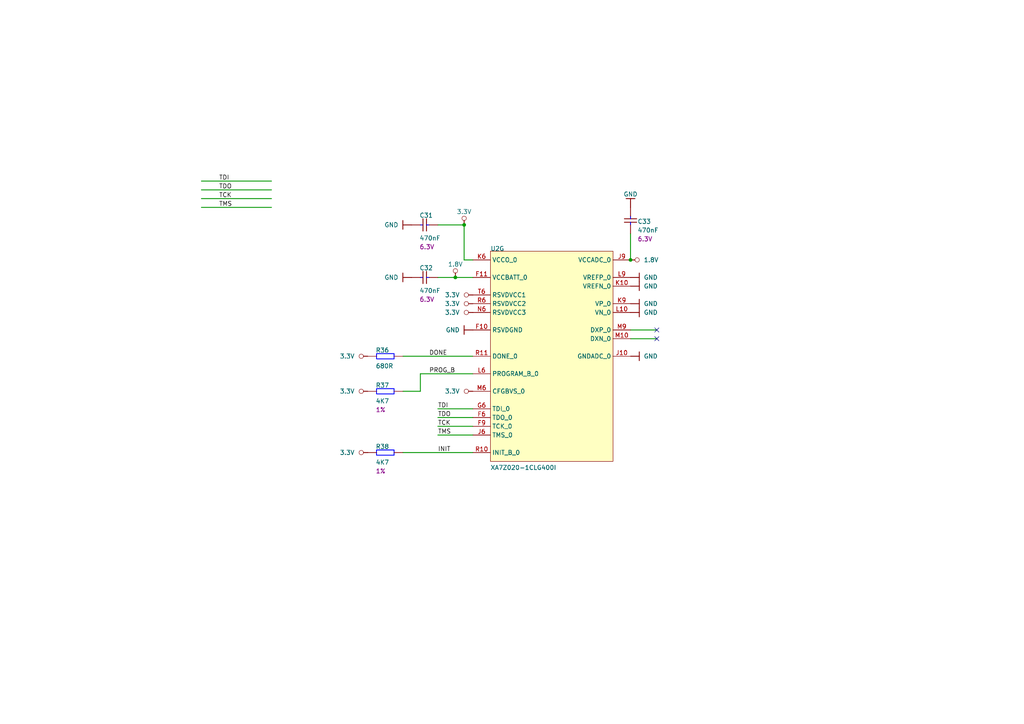
<source format=kicad_sch>
(kicad_sch (version 20230121) (generator eeschema)
  (paper "A4")
  (title_block (title "ZoM Mod A - FPGA MIsc") (date "12/16/2014") (rev "01"))
  (lib_symbols
    (symbol "TE0719-altium-import:1.8V" (power)
      (property "Reference" "#PWR" (at 0 0 0))
      (property "Value" "1.8V" (at 0 3.81 0))
      (symbol "1.8V_0_0"
        (circle (center 0 -1.905) (radius 0.635) (stroke (width 0.127)))
        (polyline (pts (xy 0 0) (xy 0 -1.27)) (stroke (width 0.254)))
        (pin power_in line (at 0 0 0) (length 0) hide (name "1.8V") (number ""))
      )
    )
    (symbol "TE0719-altium-import:3.3V" (power)
      (property "Reference" "#PWR" (at 0 0 0))
      (property "Value" "3.3V" (at 0 3.81 0))
      (symbol "3.3V_0_0"
        (circle (center 0 -1.905) (radius 0.635) (stroke (width 0.127)))
        (polyline (pts (xy 0 0) (xy 0 -1.27)) (stroke (width 0.254)))
        (pin power_in line (at 0 0 0) (length 0) hide (name "3.3V") (number ""))
      )
    )
    (symbol "TE0719-altium-import:FPGA-Misc_0_CAP-NP"
      (symbol "FPGA-Misc_0_CAP-NP_1_0"
        (polyline (pts (xy -1.778 -4.318) (xy 1.778 -4.318)) (stroke (width 0.254)))
        (polyline (pts (xy -1.778 -3.302) (xy 1.778 -3.302)) (stroke (width 0.254)))
        (polyline (pts (xy 0 -5.08) (xy 0 -4.318)) (stroke (width 0.254) (color 0 0 255 1)))
        (polyline (pts (xy 0 -2.54) (xy 0 -3.302)) (stroke (width 0.254) (color 0 0 255 1)))
        (pin passive line (at 0 0 270) (length 2.54) (name "1") (number "1"))
        (pin passive line (at 0 -7.62 90) (length 2.54) (name "2") (number "2"))
      )
    )
    (symbol "TE0719-altium-import:FPGA-Misc_0_XC7Z020-2CLG400C"
      (symbol "FPGA-Misc_0_XC7Z020-2CLG400C_1_0"
        (rectangle (start 30.48 0) (end 0 -81.28) (fill (type background)))
        (text "BANK13" (at 20.32 -2.54 0) (effects (font (size 1.27 1.27)) (justify right bottom)))
        (pin bidirectional line (at -5.08 -60.96 0) (length 5.08) (name "IO_L19P_T3_13") (number "T5"))
        (pin power_in line (at -5.08 -5.08 0) (length 5.08) (name "VCCO_13") (number "T8"))
        (pin bidirectional line (at -5.08 -25.4 0) (length 5.08) (name "IO_L12P_T1_MRCC_13") (number "T9"))
        (pin bidirectional line (at -5.08 -27.94 0) (length 5.08) (name "IO_L12N_T1_MRCC_13") (number "U10"))
        (pin power_in line (at -5.08 -7.62 0) (length 5.08) (name "VCCO_13") (number "U11"))
        (pin bidirectional line (at -5.08 -63.5 0) (length 5.08) (name "IO_L19N_T3_VREF_13") (number "U5"))
        (pin bidirectional line (at -5.08 -20.32 0) (length 5.08) (name "IO_L11P_T1_SRCC_13") (number "U7"))
        (pin bidirectional line (at -5.08 -53.34 0) (length 5.08) (name "IO_L17N_T2_13") (number "U8"))
        (pin bidirectional line (at -5.08 -50.8 0) (length 5.08) (name "IO_L17P_T2_13") (number "U9"))
        (pin bidirectional line (at -5.08 -73.66 0) (length 5.08) (name "IO_L21N_T3_DQS_13") (number "V10"))
        (pin bidirectional line (at -5.08 -71.12 0) (length 5.08) (name "IO_L21P_T3_DQS_13") (number "V11"))
        (pin bidirectional line (at -5.08 -17.78 0) (length 5.08) (name "IO_L6N_T0_VREF_13") (number "V5"))
        (pin bidirectional line (at -5.08 -76.2 0) (length 5.08) (name "IO_L22P_T3_13") (number "V6"))
        (pin bidirectional line (at -5.08 -22.86 0) (length 5.08) (name "IO_L11N_T1_SRCC_13") (number "V7"))
        (pin bidirectional line (at -5.08 -40.64 0) (length 5.08) (name "IO_L15P_T2_DQS_13") (number "V8"))
        (pin bidirectional line (at -5.08 -45.72 0) (length 5.08) (name "IO_L16P_T2_13") (number "W10"))
        (pin bidirectional line (at -5.08 -55.88 0) (length 5.08) (name "IO_L18P_T2_13") (number "W11"))
        (pin bidirectional line (at -5.08 -78.74 0) (length 5.08) (name "IO_L22N_T3_13") (number "W6"))
        (pin power_in line (at -5.08 -10.16 0) (length 5.08) (name "VCCO_13") (number "W7"))
        (pin bidirectional line (at -5.08 -43.18 0) (length 5.08) (name "IO_L15N_T2_DQS_13") (number "W8"))
        (pin bidirectional line (at -5.08 -48.26 0) (length 5.08) (name "IO_L16N_T2_13") (number "W9"))
        (pin power_in line (at -5.08 -12.7 0) (length 5.08) (name "VCCO_13") (number "Y10"))
        (pin bidirectional line (at -5.08 -58.42 0) (length 5.08) (name "IO_L18N_T2_13") (number "Y11"))
        (pin bidirectional line (at -5.08 -66.04 0) (length 5.08) (name "IO_L20P_T3_13") (number "Y12"))
        (pin bidirectional line (at -5.08 -68.58 0) (length 5.08) (name "IO_L20N_T3_13") (number "Y13"))
        (pin bidirectional line (at -5.08 -33.02 0) (length 5.08) (name "IO_L13N_T2_MRCC_13") (number "Y6"))
        (pin bidirectional line (at -5.08 -30.48 0) (length 5.08) (name "IO_L13P_T2_MRCC_13") (number "Y7"))
        (pin bidirectional line (at -5.08 -38.1 0) (length 5.08) (name "IO_L14N_T2_SRCC_13") (number "Y8"))
        (pin bidirectional line (at -5.08 -35.56 0) (length 5.08) (name "IO_L14P_T2_SRCC_13") (number "Y9"))
      )
      (symbol "FPGA-Misc_0_XC7Z020-2CLG400C_2_0"
        (rectangle (start 58.42 0) (end 0 -81.28) (fill (type background)))
        (text "BANK34" (at 33.02 -2.54 0) (effects (font (size 1.27 1.27)) (justify right bottom)))
        (pin bidirectional line (at 63.5 -71.12 180) (length 5.08) (name "IO_L23P_T3_34") (number "N17"))
        (pin bidirectional line (at 63.5 -20.32 180) (length 5.08) (name "IO_L13P_T2_MRCC_34") (number "N18"))
        (pin power_in line (at -5.08 -5.08 0) (length 5.08) (name "VCCO_34") (number "N19"))
        (pin bidirectional line (at 63.5 -25.4 180) (length 5.08) (name "IO_L14P_T2_SRCC_34") (number "N20"))
        (pin bidirectional line (at -5.08 -60.96 0) (length 5.08) (name "IO_L6P_T0_34") (number "P14"))
        (pin bidirectional line (at 63.5 -76.2 180) (length 5.08) (name "IO_L24P_T3_34") (number "P15"))
        (pin bidirectional line (at 63.5 -78.74 180) (length 5.08) (name "IO_L24N_T3_34") (number "P16"))
        (pin bidirectional line (at 63.5 -73.66 180) (length 5.08) (name "IO_L23N_T3_34") (number "P18"))
        (pin bidirectional line (at 63.5 -22.86 180) (length 5.08) (name "IO_L13N_T2_MRCC_34") (number "P19"))
        (pin bidirectional line (at 63.5 -27.94 180) (length 5.08) (name "IO_L14N_T2_SRCC_34") (number "P20"))
        (pin bidirectional line (at -5.08 -63.5 0) (length 5.08) (name "IO_L6N_T0_VREF_34") (number "R14"))
        (pin power_in line (at -5.08 -7.62 0) (length 5.08) (name "VCCO_34") (number "R15"))
        (pin bidirectional line (at 63.5 -50.8 180) (length 5.08) (name "IO_L19P_T3_34") (number "R16"))
        (pin bidirectional line (at 63.5 -53.34 180) (length 5.08) (name "IO_L19N_T3_VREF_34") (number "R17"))
        (pin bidirectional line (at 63.5 -58.42 180) (length 5.08) (name "IO_L20N_T3_34") (number "R18"))
        (pin bidirectional line (at -5.08 -25.4 0) (length 5.08) (name "IO_0_34") (number "R19"))
        (pin bidirectional line (at -5.08 -38.1 0) (length 5.08) (name "IO_L1N_T0_34") (number "T10"))
        (pin bidirectional line (at -5.08 -35.56 0) (length 5.08) (name "IO_L1P_T0_34") (number "T11"))
        (pin bidirectional line (at -5.08 -40.64 0) (length 5.08) (name "IO_L2P_T0_34") (number "T12"))
        (pin bidirectional line (at -5.08 -55.88 0) (length 5.08) (name "IO_L5P_T0_34") (number "T14"))
        (pin bidirectional line (at -5.08 -58.42 0) (length 5.08) (name "IO_L5N_T0_34") (number "T15"))
        (pin bidirectional line (at -5.08 -76.2 0) (length 5.08) (name "IO_L9P_T1_DQS_34") (number "T16"))
        (pin bidirectional line (at 63.5 -55.88 180) (length 5.08) (name "IO_L20P_T3_34") (number "T17"))
        (pin power_in line (at -5.08 -10.16 0) (length 5.08) (name "VCCO_34") (number "T18"))
        (pin bidirectional line (at -5.08 -30.48 0) (length 5.08) (name "IO_25_34") (number "T19"))
        (pin bidirectional line (at 63.5 -30.48 180) (length 5.08) (name "IO_L15P_T2_DQS_34") (number "T20"))
        (pin bidirectional line (at -5.08 -43.18 0) (length 5.08) (name "IO_L2N_T0_34") (number "U12"))
        (pin bidirectional line (at -5.08 -45.72 0) (length 5.08) (name "IO_L3P_T0_DQS_PUDC_B_34") (number "U13"))
        (pin bidirectional line (at 63.5 -10.16 180) (length 5.08) (name "IO_L11P_T1_SRCC_34") (number "U14"))
        (pin bidirectional line (at 63.5 -12.7 180) (length 5.08) (name "IO_L11N_T1_SRCC_34") (number "U15"))
        (pin bidirectional line (at -5.08 -78.74 0) (length 5.08) (name "IO_L9N_T1_DQS_34") (number "U17"))
        (pin bidirectional line (at 63.5 -15.24 180) (length 5.08) (name "IO_L12P_T1_MRCC_34") (number "U18"))
        (pin bidirectional line (at 63.5 -17.78 180) (length 5.08) (name "IO_L12N_T1_MRCC_34") (number "U19"))
        (pin bidirectional line (at 63.5 -33.02 180) (length 5.08) (name "IO_L15N_T2_DQS_34") (number "U20"))
        (pin bidirectional line (at -5.08 -50.8 0) (length 5.08) (name "IO_L4P_T0_34") (number "V12"))
        (pin bidirectional line (at -5.08 -48.26 0) (length 5.08) (name "IO_L3N_T0_DQS_34") (number "V13"))
        (pin power_in line (at -5.08 -12.7 0) (length 5.08) (name "VCCO_34") (number "V14"))
        (pin bidirectional line (at 63.5 -5.08 180) (length 5.08) (name "IO_L10P_T1_34") (number "V15"))
        (pin bidirectional line (at 63.5 -45.72 180) (length 5.08) (name "IO_L18P_T2_34") (number "V16"))
        (pin bidirectional line (at 63.5 -60.96 180) (length 5.08) (name "IO_L21P_T3_DQS_34") (number "V17"))
        (pin bidirectional line (at 63.5 -63.5 180) (length 5.08) (name "IO_L21N_T3_DQS_34") (number "V18"))
        (pin bidirectional line (at 63.5 -35.56 180) (length 5.08) (name "IO_L16P_T2_34") (number "V20"))
        (pin bidirectional line (at -5.08 -53.34 0) (length 5.08) (name "IO_L4N_T0_34") (number "W13"))
        (pin bidirectional line (at -5.08 -71.12 0) (length 5.08) (name "IO_L8P_T1_34") (number "W14"))
        (pin bidirectional line (at 63.5 -7.62 180) (length 5.08) (name "IO_L10N_T1_34") (number "W15"))
        (pin bidirectional line (at 63.5 -48.26 180) (length 5.08) (name "IO_L18N_T2_34") (number "W16"))
        (pin power_in line (at -5.08 -15.24 0) (length 5.08) (name "VCCO_34") (number "W17"))
        (pin bidirectional line (at 63.5 -66.04 180) (length 5.08) (name "IO_L22P_T3_34") (number "W18"))
        (pin bidirectional line (at 63.5 -68.58 180) (length 5.08) (name "IO_L22N_T3_34") (number "W19"))
        (pin bidirectional line (at 63.5 -38.1 180) (length 5.08) (name "IO_L16N_T2_34") (number "W20"))
        (pin bidirectional line (at -5.08 -73.66 0) (length 5.08) (name "IO_L8N_T1_34") (number "Y14"))
        (pin bidirectional line (at -5.08 -66.04 0) (length 5.08) (name "IO_L7P_T1_34") (number "Y16"))
        (pin bidirectional line (at -5.08 -68.58 0) (length 5.08) (name "IO_L7N_T1_34") (number "Y17"))
        (pin bidirectional line (at 63.5 -40.64 180) (length 5.08) (name "IO_L17P_T2_34") (number "Y18"))
        (pin bidirectional line (at 63.5 -43.18 180) (length 5.08) (name "IO_L17N_T2_34") (number "Y19"))
        (pin power_in line (at -5.08 -17.78 0) (length 5.08) (name "VCCO_34") (number "Y20"))
      )
      (symbol "FPGA-Misc_0_XC7Z020-2CLG400C_3_0"
        (rectangle (start 58.42 0) (end 0 -81.28) (fill (type background)))
        (text "BANK35" (at 33.02 -2.54 0) (effects (font (size 1.27 1.27)) (justify right bottom)))
        (pin bidirectional line (at -5.08 -43.18 0) (length 5.08) (name "IO_L2N_T0_AD8N_35") (number "A20"))
        (pin bidirectional line (at -5.08 -40.64 0) (length 5.08) (name "IO_L2P_T0_AD8P_35") (number "B19"))
        (pin bidirectional line (at -5.08 -38.1 0) (length 5.08) (name "IO_L1N_T0_AD0N_35") (number "B20"))
        (pin power_in line (at -5.08 -5.08 0) (length 5.08) (name "VCCO_35") (number "C19"))
        (pin bidirectional line (at -5.08 -35.56 0) (length 5.08) (name "IO_L1P_T0_AD0P_35") (number "C20"))
        (pin bidirectional line (at -5.08 -48.26 0) (length 5.08) (name "IO_L3N_T0_DQS_AD1N_35") (number "D18"))
        (pin bidirectional line (at -5.08 -50.8 0) (length 5.08) (name "IO_L4P_T0_35") (number "D19"))
        (pin bidirectional line (at -5.08 -53.34 0) (length 5.08) (name "IO_L4N_T0_35") (number "D20"))
        (pin bidirectional line (at -5.08 -45.72 0) (length 5.08) (name "IO_L3P_T0_DQS_AD1P_35") (number "E17"))
        (pin bidirectional line (at -5.08 -55.88 0) (length 5.08) (name "IO_L5P_T0_AD9P_35") (number "E18"))
        (pin bidirectional line (at -5.08 -58.42 0) (length 5.08) (name "IO_L5N_T0_AD9N_35") (number "E19"))
        (pin bidirectional line (at -5.08 -60.96 0) (length 5.08) (name "IO_L6P_T0_35") (number "F16"))
        (pin bidirectional line (at -5.08 -63.5 0) (length 5.08) (name "IO_L6N_T0_VREF_35") (number "F17"))
        (pin power_in line (at -5.08 -7.62 0) (length 5.08) (name "VCCO_35") (number "F18"))
        (pin bidirectional line (at 63.5 -30.48 180) (length 5.08) (name "IO_L15P_T2_DQS_AD12P_35") (number "F19"))
        (pin bidirectional line (at 63.5 -33.02 180) (length 5.08) (name "IO_L15N_T2_DQS_AD12N_35") (number "F20"))
        (pin bidirectional line (at -5.08 -25.4 0) (length 5.08) (name "IO_0_35") (number "G14"))
        (pin bidirectional line (at 63.5 -53.34 180) (length 5.08) (name "IO_L19N_T3_VREF_35") (number "G15"))
        (pin bidirectional line (at 63.5 -35.56 180) (length 5.08) (name "IO_L16P_T2_35") (number "G17"))
        (pin bidirectional line (at 63.5 -38.1 180) (length 5.08) (name "IO_L16N_T2_35") (number "G18"))
        (pin bidirectional line (at 63.5 -45.72 180) (length 5.08) (name "IO_L18P_T2_AD13P_35") (number "G19"))
        (pin bidirectional line (at 63.5 -48.26 180) (length 5.08) (name "IO_L18N_T2_AD13N_35") (number "G20"))
        (pin power_in line (at -5.08 -10.16 0) (length 5.08) (name "VCCO_35") (number "H14"))
        (pin bidirectional line (at 63.5 -50.8 180) (length 5.08) (name "IO_L19P_T3_35") (number "H15"))
        (pin bidirectional line (at 63.5 -20.32 180) (length 5.08) (name "IO_L13P_T2_MRCC_35") (number "H16"))
        (pin bidirectional line (at 63.5 -22.86 180) (length 5.08) (name "IO_L13N_T2_MRCC_35") (number "H17"))
        (pin bidirectional line (at 63.5 -27.94 180) (length 5.08) (name "IO_L14N_T2_AD4N_SRCC_35") (number "H18"))
        (pin bidirectional line (at 63.5 -43.18 180) (length 5.08) (name "IO_L17N_T2_AD5N_35") (number "H20"))
        (pin bidirectional line (at 63.5 -58.42 180) (length 5.08) (name "IO_L20N_T3_AD6N_35") (number "J14"))
        (pin bidirectional line (at -5.08 -30.48 0) (length 5.08) (name "IO_25_35") (number "J15"))
        (pin bidirectional line (at 63.5 -78.74 180) (length 5.08) (name "IO_L24N_T3_AD15N_35") (number "J16"))
        (pin power_in line (at -5.08 -12.7 0) (length 5.08) (name "VCCO_35") (number "J17"))
        (pin bidirectional line (at 63.5 -25.4 180) (length 5.08) (name "IO_L14P_T2_AD4P_SRCC_35") (number "J18"))
        (pin bidirectional line (at 63.5 -7.62 180) (length 5.08) (name "IO_L10N_T1_AD11N_35") (number "J19"))
        (pin bidirectional line (at 63.5 -40.64 180) (length 5.08) (name "IO_L17P_T2_AD5P_35") (number "J20"))
        (pin bidirectional line (at 63.5 -55.88 180) (length 5.08) (name "IO_L20P_T3_AD6P_35") (number "K14"))
        (pin bidirectional line (at 63.5 -76.2 180) (length 5.08) (name "IO_L24P_T3_AD15P_35") (number "K16"))
        (pin bidirectional line (at 63.5 -15.24 180) (length 5.08) (name "IO_L12P_T1_MRCC_35") (number "K17"))
        (pin bidirectional line (at 63.5 -17.78 180) (length 5.08) (name "IO_L12N_T1_MRCC_35") (number "K18"))
        (pin bidirectional line (at 63.5 -5.08 180) (length 5.08) (name "IO_L10P_T1_AD11P_35") (number "K19"))
        (pin power_in line (at -5.08 -15.24 0) (length 5.08) (name "VCCO_35") (number "K20"))
        (pin bidirectional line (at 63.5 -66.04 180) (length 5.08) (name "IO_L22P_T3_AD7P_35") (number "L14"))
        (pin bidirectional line (at 63.5 -68.58 180) (length 5.08) (name "IO_L22N_T3_AD7N_35") (number "L15"))
        (pin bidirectional line (at 63.5 -10.16 180) (length 5.08) (name "IO_L11P_T1_SRCC_35") (number "L16"))
        (pin bidirectional line (at 63.5 -12.7 180) (length 5.08) (name "IO_L11N_T1_SRCC_35") (number "L17"))
        (pin bidirectional line (at -5.08 -76.2 0) (length 5.08) (name "IO_L9P_T1_DQS_AD3P_35") (number "L19"))
        (pin bidirectional line (at -5.08 -78.74 0) (length 5.08) (name "IO_L9N_T1_DQS_AD3N_35") (number "L20"))
        (pin bidirectional line (at 63.5 -71.12 180) (length 5.08) (name "IO_L23P_T3_35") (number "M14"))
        (pin bidirectional line (at 63.5 -73.66 180) (length 5.08) (name "IO_L23N_T3_35") (number "M15"))
        (pin power_in line (at -5.08 -17.78 0) (length 5.08) (name "VCCO_35") (number "M16"))
        (pin bidirectional line (at -5.08 -71.12 0) (length 5.08) (name "IO_L8P_T1_AD10P_35") (number "M17"))
        (pin bidirectional line (at -5.08 -73.66 0) (length 5.08) (name "IO_L8N_T1_AD10N_35") (number "M18"))
        (pin bidirectional line (at -5.08 -66.04 0) (length 5.08) (name "IO_L7P_T1_AD2P_35") (number "M19"))
        (pin bidirectional line (at -5.08 -68.58 0) (length 5.08) (name "IO_L7N_T1_AD2N_35") (number "M20"))
        (pin bidirectional line (at 63.5 -60.96 180) (length 5.08) (name "IO_L21P_T3_DQS_AD14P_35") (number "N15"))
        (pin bidirectional line (at 63.5 -63.5 180) (length 5.08) (name "IO_L21N_T3_DQS_AD14N_35") (number "N16"))
      )
      (symbol "FPGA-Misc_0_XC7Z020-2CLG400C_4_0"
        (rectangle (start 45.72 0) (end 0 -35.56) (fill (type background)))
        (text "BANK500" (at 27.94 -2.54 0) (effects (font (size 1.27 1.27)) (justify right bottom)))
        (pin bidirectional line (at 50.8 -10.16 180) (length 5.08) (name "PS_MIO6_500") (number "A5"))
        (pin bidirectional line (at 50.8 -7.62 180) (length 5.08) (name "PS_MIO5_500") (number "A6"))
        (pin bidirectional line (at -5.08 -27.94 0) (length 5.08) (name "PS_MIO1_500") (number "A7"))
        (pin bidirectional line (at 50.8 -17.78 180) (length 5.08) (name "PS_MIO9_500") (number "B5"))
        (pin power_in line (at -5.08 -5.08 0) (length 5.08) (name "VCCO_MIO0_500") (number "B6"))
        (pin bidirectional line (at 50.8 -5.08 180) (length 5.08) (name "PS_MIO4_500") (number "B7"))
        (pin bidirectional line (at -5.08 -30.48 0) (length 5.08) (name "PS_MIO2_500") (number "B8"))
        (pin bidirectional line (at 50.8 -30.48 180) (length 5.08) (name "PS_MIO14_500") (number "C5"))
        (pin bidirectional line (at 50.8 -22.86 180) (length 5.08) (name "PS_MIO11_500") (number "C6"))
        (pin input line (at -5.08 -17.78 0) (length 5.08) (name "PS_POR_B_500") (number "C7"))
        (pin bidirectional line (at 50.8 -33.02 180) (length 5.08) (name "PS_MIO15_500") (number "C8"))
        (pin bidirectional line (at 50.8 -15.24 180) (length 5.08) (name "PS_MIO8_500") (number "D5"))
        (pin bidirectional line (at -5.08 -33.02 0) (length 5.08) (name "PS_MIO3_500") (number "D6"))
        (pin power_in line (at -5.08 -7.62 0) (length 5.08) (name "VCCO_MIO0_500") (number "D7"))
        (pin bidirectional line (at 50.8 -12.7 180) (length 5.08) (name "PS_MIO7_500") (number "D8"))
        (pin bidirectional line (at 50.8 -25.4 180) (length 5.08) (name "PS_MIO12_500") (number "D9"))
        (pin bidirectional line (at -5.08 -25.4 0) (length 5.08) (name "PS_MIO0_500") (number "E6"))
        (pin input line (at -5.08 -12.7 0) (length 5.08) (name "PS_CLK_500") (number "E7"))
        (pin bidirectional line (at 50.8 -27.94 180) (length 5.08) (name "PS_MIO13_500") (number "E8"))
        (pin bidirectional line (at 50.8 -20.32 180) (length 5.08) (name "PS_MIO10_500") (number "E9"))
      )
      (symbol "FPGA-Misc_0_XC7Z020-2CLG400C_5_0"
        (rectangle (start 50.8 0) (end 0 -66.04) (fill (type background)))
        (text "BANK501" (at 30.48 -2.54 0) (effects (font (size 1.27 1.27)) (justify right bottom)))
        (pin bidirectional line (at 55.88 -22.86 180) (length 5.08) (name "PS_MIO37_501") (number "A10"))
        (pin bidirectional line (at 55.88 -20.32 180) (length 5.08) (name "PS_MIO36_501") (number "A11"))
        (pin bidirectional line (at 55.88 -15.24 180) (length 5.08) (name "PS_MIO34_501") (number "A12"))
        (pin power_in line (at -5.08 -5.08 0) (length 5.08) (name "VCCO_MIO1_501") (number "A13"))
        (pin bidirectional line (at 55.88 -10.16 180) (length 5.08) (name "PS_MIO32_501") (number "A14"))
        (pin bidirectional line (at -5.08 -55.88 0) (length 5.08) (name "PS_MIO26_501") (number "A15"))
        (pin bidirectional line (at -5.08 -50.8 0) (length 5.08) (name "PS_MIO24_501") (number "A16"))
        (pin bidirectional line (at -5.08 -40.64 0) (length 5.08) (name "PS_MIO20_501") (number "A17"))
        (pin bidirectional line (at -5.08 -30.48 0) (length 5.08) (name "PS_MIO16_501") (number "A19"))
        (pin bidirectional line (at 55.88 -38.1 180) (length 5.08) (name "PS_MIO43_501") (number "A9"))
        (pin passive line (at -5.08 -22.86 0) (length 5.08) (name "PS_SRST_B_501") (number "B10"))
        (pin bidirectional line (at 55.88 -50.8 180) (length 5.08) (name "PS_MIO48_501") (number "B12"))
        (pin bidirectional line (at 55.88 -55.88 180) (length 5.08) (name "PS_MIO50_501") (number "B13"))
        (pin bidirectional line (at 55.88 -48.26 180) (length 5.08) (name "PS_MIO47_501") (number "B14"))
        (pin bidirectional line (at 55.88 -43.18 180) (length 5.08) (name "PS_MIO45_501") (number "B15"))
        (pin power_in line (at -5.08 -7.62 0) (length 5.08) (name "VCCO_MIO1_501") (number "B16"))
        (pin bidirectional line (at -5.08 -45.72 0) (length 5.08) (name "PS_MIO22_501") (number "B17"))
        (pin bidirectional line (at -5.08 -35.56 0) (length 5.08) (name "PS_MIO18_501") (number "B18"))
        (pin bidirectional line (at 55.88 -58.42 180) (length 5.08) (name "PS_MIO51_501") (number "B9"))
        (pin bidirectional line (at 55.88 -60.96 180) (length 5.08) (name "PS_MIO52_501") (number "C10"))
        (pin bidirectional line (at 55.88 -63.5 180) (length 5.08) (name "PS_MIO53_501") (number "C11"))
        (pin bidirectional line (at 55.88 -53.34 180) (length 5.08) (name "PS_MIO49_501") (number "C12"))
        (pin bidirectional line (at -5.08 -63.5 0) (length 5.08) (name "PS_MIO29_501") (number "C13"))
        (pin bidirectional line (at 55.88 -5.08 180) (length 5.08) (name "PS_MIO30_501") (number "C15"))
        (pin bidirectional line (at -5.08 -60.96 0) (length 5.08) (name "PS_MIO28_501") (number "C16"))
        (pin bidirectional line (at 55.88 -33.02 180) (length 5.08) (name "PS_MIO41_501") (number "C17"))
        (pin bidirectional line (at 55.88 -27.94 180) (length 5.08) (name "PS_MIO39_501") (number "C18"))
        (pin bidirectional line (at -5.08 -38.1 0) (length 5.08) (name "PS_MIO19_501") (number "D10"))
        (pin bidirectional line (at -5.08 -48.26 0) (length 5.08) (name "PS_MIO23_501") (number "D11"))
        (pin power_in line (at -5.08 -10.16 0) (length 5.08) (name "VCCO_MIO1_501") (number "D12"))
        (pin bidirectional line (at -5.08 -58.42 0) (length 5.08) (name "PS_MIO27_501") (number "D13"))
        (pin bidirectional line (at 55.88 -30.48 180) (length 5.08) (name "PS_MIO40_501") (number "D14"))
        (pin bidirectional line (at 55.88 -12.7 180) (length 5.08) (name "PS_MIO33_501") (number "D15"))
        (pin bidirectional line (at 55.88 -45.72 180) (length 5.08) (name "PS_MIO46_501") (number "D16"))
        (pin bidirectional line (at -5.08 -17.78 0) (length 5.08) (name "PS_MIO_VREF_501") (number "E11"))
        (pin bidirectional line (at 55.88 -35.56 180) (length 5.08) (name "PS_MIO42_501") (number "E12"))
        (pin bidirectional line (at 55.88 -25.4 180) (length 5.08) (name "PS_MIO38_501") (number "E13"))
        (pin bidirectional line (at -5.08 -33.02 0) (length 5.08) (name "PS_MIO17_501") (number "E14"))
        (pin power_in line (at -5.08 -12.7 0) (length 5.08) (name "VCCO_MIO1_501") (number "E15"))
        (pin bidirectional line (at 55.88 -7.62 180) (length 5.08) (name "PS_MIO31_501") (number "E16"))
        (pin bidirectional line (at 55.88 -17.78 180) (length 5.08) (name "PS_MIO35_501") (number "F12"))
        (pin bidirectional line (at 55.88 -40.64 180) (length 5.08) (name "PS_MIO44_501") (number "F13"))
        (pin bidirectional line (at -5.08 -43.18 0) (length 5.08) (name "PS_MIO21_501") (number "F14"))
        (pin bidirectional line (at -5.08 -53.34 0) (length 5.08) (name "PS_MIO25_501") (number "F15"))
      )
      (symbol "FPGA-Misc_0_XC7Z020-2CLG400C_6_0"
        (rectangle (start 50.8 0) (end 0 -149.86) (fill (type background)))
        (text "BANK502" (at 33.02 -2.54 0) (effects (font (size 1.27 1.27)) (justify right bottom)))
        (pin output line (at 55.88 -55.88 180) (length 5.08) (name "PS_DDR_DM0_502") (number "A1"))
        (pin bidirectional line (at -5.08 -43.18 0) (length 5.08) (name "PS_DDR_DQ2_502") (number "A2"))
        (pin power_in line (at -5.08 -2.54 0) (length 5.08) (name "VCCO_DDR_502") (number "A3"))
        (pin bidirectional line (at -5.08 -45.72 0) (length 5.08) (name "PS_DDR_DQ3_502") (number "A4"))
        (pin bidirectional line (at -5.08 -124.46 0) (length 5.08) (name "PS_DDR_DQS_N0_502") (number "B2"))
        (pin bidirectional line (at -5.08 -40.64 0) (length 5.08) (name "PS_DDR_DQ1_502") (number "B3"))
        (pin output line (at 55.88 -116.84 180) (length 5.08) (name "PS_DDR_DRST_B_502") (number "B4"))
        (pin bidirectional line (at -5.08 -53.34 0) (length 5.08) (name "PS_DDR_DQ6_502") (number "C1"))
        (pin bidirectional line (at -5.08 -121.92 0) (length 5.08) (name "PS_DDR_DQS_P0_502") (number "C2"))
        (pin bidirectional line (at -5.08 -38.1 0) (length 5.08) (name "PS_DDR_DQ0_502") (number "C3"))
        (pin bidirectional line (at -5.08 -50.8 0) (length 5.08) (name "PS_DDR_DQ5_502") (number "D1"))
        (pin power_in line (at -5.08 -5.08 0) (length 5.08) (name "VCCO_DDR_502") (number "D2"))
        (pin bidirectional line (at -5.08 -48.26 0) (length 5.08) (name "PS_DDR_DQ4_502") (number "D3"))
        (pin output line (at 55.88 -38.1 180) (length 5.08) (name "PS_DDR_A13_502") (number "D4"))
        (pin bidirectional line (at -5.08 -55.88 0) (length 5.08) (name "PS_DDR_DQ7_502") (number "E1"))
        (pin bidirectional line (at -5.08 -58.42 0) (length 5.08) (name "PS_DDR_DQ8_502") (number "E2"))
        (pin bidirectional line (at -5.08 -60.96 0) (length 5.08) (name "PS_DDR_DQ9_502") (number "E3"))
        (pin output line (at 55.88 -35.56 180) (length 5.08) (name "PS_DDR_A12_502") (number "E4"))
        (pin power_in line (at -5.08 -7.62 0) (length 5.08) (name "VCCO_DDR_502") (number "E5"))
        (pin output line (at 55.88 -58.42 180) (length 5.08) (name "PS_DDR_DM1_502") (number "F1"))
        (pin bidirectional line (at -5.08 -132.08 0) (length 5.08) (name "PS_DDR_DQS_N1_502") (number "F2"))
        (pin output line (at 55.88 -40.64 180) (length 5.08) (name "PS_DDR_A14_502") (number "F4"))
        (pin output line (at 55.88 -30.48 180) (length 5.08) (name "PS_DDR_A10_502") (number "F5"))
        (pin power_in line (at -5.08 -10.16 0) (length 5.08) (name "VCCO_DDR_502") (number "G1"))
        (pin bidirectional line (at -5.08 -129.54 0) (length 5.08) (name "PS_DDR_DQS_P1_502") (number "G2"))
        (pin bidirectional line (at -5.08 -63.5 0) (length 5.08) (name "PS_DDR_DQ10_502") (number "G3"))
        (pin output line (at 55.88 -33.02 180) (length 5.08) (name "PS_DDR_A11_502") (number "G4"))
        (pin output line (at 55.88 -78.74 180) (length 5.08) (name "PS_DDR_VRN_502") (number "G5"))
        (pin bidirectional line (at -5.08 -73.66 0) (length 5.08) (name "PS_DDR_DQ14_502") (number "H1"))
        (pin bidirectional line (at -5.08 -71.12 0) (length 5.08) (name "PS_DDR_DQ13_502") (number "H2"))
        (pin bidirectional line (at -5.08 -66.04 0) (length 5.08) (name "PS_DDR_DQ11_502") (number "H3"))
        (pin power_in line (at -5.08 -12.7 0) (length 5.08) (name "VCCO_DDR_502") (number "H4"))
        (pin output line (at 55.88 -76.2 180) (length 5.08) (name "PS_DDR_VRP_502") (number "H5"))
        (pin power_in line (at -5.08 -30.48 0) (length 5.08) (name "PS_DDR_VREF0_502") (number "H6"))
        (pin bidirectional line (at -5.08 -76.2 0) (length 5.08) (name "PS_DDR_DQ15_502") (number "J1"))
        (pin bidirectional line (at -5.08 -68.58 0) (length 5.08) (name "PS_DDR_DQ12_502") (number "J3"))
        (pin output line (at 55.88 -27.94 180) (length 5.08) (name "PS_DDR_A9_502") (number "J4"))
        (pin output line (at 55.88 -50.8 180) (length 5.08) (name "PS_DDR_BA2_502") (number "J5"))
        (pin output line (at 55.88 -25.4 180) (length 5.08) (name "PS_DDR_A8_502") (number "K1"))
        (pin output line (at 55.88 -7.62 180) (length 5.08) (name "PS_DDR_A1_502") (number "K2"))
        (pin output line (at 55.88 -12.7 180) (length 5.08) (name "PS_DDR_A3_502") (number "K3"))
        (pin output line (at 55.88 -22.86 180) (length 5.08) (name "PS_DDR_A7_502") (number "K4"))
        (pin output line (at 55.88 -17.78 180) (length 5.08) (name "PS_DDR_A5_502") (number "L1"))
        (pin output line (at 55.88 -68.58 180) (length 5.08) (name "PS_DDR_CKP_502") (number "L2"))
        (pin power_in line (at -5.08 -15.24 0) (length 5.08) (name "VCCO_DDR_502") (number "L3"))
        (pin output line (at 55.88 -20.32 180) (length 5.08) (name "PS_DDR_A6_502") (number "L4"))
        (pin output line (at 55.88 -45.72 180) (length 5.08) (name "PS_DDR_BA0_502") (number "L5"))
        (pin output line (at 55.88 -71.12 180) (length 5.08) (name "PS_DDR_CKN_502") (number "M2"))
        (pin output line (at 55.88 -10.16 180) (length 5.08) (name "PS_DDR_A2_502") (number "M3"))
        (pin output line (at 55.88 -15.24 180) (length 5.08) (name "PS_DDR_A4_502") (number "M4"))
        (pin output line (at 55.88 -101.6 180) (length 5.08) (name "PS_DDR_WE_B_502") (number "M5"))
        (pin output line (at 55.88 -91.44 180) (length 5.08) (name "PS_DDR_CS_B_502") (number "N1"))
        (pin output line (at 55.88 -5.08 180) (length 5.08) (name "PS_DDR_A0_502") (number "N2"))
        (pin output line (at 55.88 -96.52 180) (length 5.08) (name "PS_DDR_CKE_502") (number "N3"))
        (pin output line (at 55.88 -86.36 180) (length 5.08) (name "PS_DDR_ODT_502") (number "N5"))
        (pin bidirectional line (at -5.08 -78.74 0) (length 5.08) (name "PS_DDR_DQ16_502") (number "P1"))
        (pin power_in line (at -5.08 -17.78 0) (length 5.08) (name "VCCO_DDR_502") (number "P2"))
        (pin bidirectional line (at -5.08 -81.28 0) (length 5.08) (name "PS_DDR_DQ17_502") (number "P3"))
        (pin output line (at 55.88 -111.76 180) (length 5.08) (name "PS_DDR_RAS_B_502") (number "P4"))
        (pin output line (at 55.88 -106.68 180) (length 5.08) (name "PS_DDR_CAS_B_502") (number "P5"))
        (pin power_in line (at -5.08 -33.02 0) (length 5.08) (name "PS_DDR_VREF1_502") (number "P6"))
        (pin bidirectional line (at -5.08 -86.36 0) (length 5.08) (name "PS_DDR_DQ19_502") (number "R1"))
        (pin bidirectional line (at -5.08 -137.16 0) (length 5.08) (name "PS_DDR_DQS_P2_502") (number "R2"))
        (pin bidirectional line (at -5.08 -83.82 0) (length 5.08) (name "PS_DDR_DQ18_502") (number "R3"))
        (pin output line (at 55.88 -48.26 180) (length 5.08) (name "PS_DDR_BA1_502") (number "R4"))
        (pin power_in line (at -5.08 -20.32 0) (length 5.08) (name "VCCO_DDR_502") (number "R5"))
        (pin output line (at 55.88 -60.96 180) (length 5.08) (name "PS_DDR_DM2_502") (number "T1"))
        (pin bidirectional line (at -5.08 -139.7 0) (length 5.08) (name "PS_DDR_DQS_N2_502") (number "T2"))
        (pin bidirectional line (at -5.08 -88.9 0) (length 5.08) (name "PS_DDR_DQ20_502") (number "T4"))
        (pin power_in line (at -5.08 -22.86 0) (length 5.08) (name "VCCO_DDR_502") (number "U1"))
        (pin bidirectional line (at -5.08 -93.98 0) (length 5.08) (name "PS_DDR_DQ22_502") (number "U2"))
        (pin bidirectional line (at -5.08 -96.52 0) (length 5.08) (name "PS_DDR_DQ23_502") (number "U3"))
        (pin bidirectional line (at -5.08 -91.44 0) (length 5.08) (name "PS_DDR_DQ21_502") (number "U4"))
        (pin bidirectional line (at -5.08 -99.06 0) (length 5.08) (name "PS_DDR_DQ24_502") (number "V1"))
        (pin bidirectional line (at -5.08 -114.3 0) (length 5.08) (name "PS_DDR_DQ30_502") (number "V2"))
        (pin bidirectional line (at -5.08 -116.84 0) (length 5.08) (name "PS_DDR_DQ31_502") (number "V3"))
        (pin power_in line (at -5.08 -25.4 0) (length 5.08) (name "VCCO_DDR_502") (number "V4"))
        (pin bidirectional line (at -5.08 -104.14 0) (length 5.08) (name "PS_DDR_DQ26_502") (number "W1"))
        (pin bidirectional line (at -5.08 -111.76 0) (length 5.08) (name "PS_DDR_DQ29_502") (number "W3"))
        (pin bidirectional line (at -5.08 -147.32 0) (length 5.08) (name "PS_DDR_DQS_N3_502") (number "W4"))
        (pin bidirectional line (at -5.08 -144.78 0) (length 5.08) (name "PS_DDR_DQS_P3_502") (number "W5"))
        (pin output line (at 55.88 -63.5 180) (length 5.08) (name "PS_DDR_DM3_502") (number "Y1"))
        (pin bidirectional line (at -5.08 -109.22 0) (length 5.08) (name "PS_DDR_DQ28_502") (number "Y2"))
        (pin bidirectional line (at -5.08 -101.6 0) (length 5.08) (name "PS_DDR_DQ25_502") (number "Y3"))
        (pin bidirectional line (at -5.08 -106.68 0) (length 5.08) (name "PS_DDR_DQ27_502") (number "Y4"))
      )
      (symbol "FPGA-Misc_0_XC7Z020-2CLG400C_7_0"
        (rectangle (start 35.56 0) (end 0 -60.96) (fill (type background)))
        (pin power_in line (at -5.08 -22.86 0) (length 5.08) (name "RSVDGND") (number "F10"))
        (pin power_in line (at -5.08 -7.62 0) (length 5.08) (name "VCCBATT_0") (number "F11"))
        (pin output line (at -5.08 -48.26 0) (length 5.08) (name "TDO_0") (number "F6"))
        (pin input line (at -5.08 -50.8 0) (length 5.08) (name "TCK_0") (number "F9"))
        (pin input line (at -5.08 -45.72 0) (length 5.08) (name "TDI_0") (number "G6"))
        (pin power_in line (at 40.64 -30.48 180) (length 5.08) (name "GNDADC_0") (number "J10"))
        (pin input line (at -5.08 -53.34 0) (length 5.08) (name "TMS_0") (number "J6"))
        (pin power_in line (at 40.64 -2.54 180) (length 5.08) (name "VCCADC_0") (number "J9"))
        (pin bidirectional line (at 40.64 -10.16 180) (length 5.08) (name "VREFN_0") (number "K10"))
        (pin power_in line (at -5.08 -2.54 0) (length 5.08) (name "VCCO_0") (number "K6"))
        (pin input line (at 40.64 -15.24 180) (length 5.08) (name "VP_0") (number "K9"))
        (pin input line (at 40.64 -17.78 180) (length 5.08) (name "VN_0") (number "L10"))
        (pin bidirectional line (at -5.08 -35.56 0) (length 5.08) (name "PROGRAM_B_0") (number "L6"))
        (pin bidirectional line (at 40.64 -7.62 180) (length 5.08) (name "VREFP_0") (number "L9"))
        (pin input line (at 40.64 -25.4 180) (length 5.08) (name "DXN_0") (number "M10"))
        (pin input line (at -5.08 -40.64 0) (length 5.08) (name "CFGBVS_0") (number "M6"))
        (pin input line (at 40.64 -22.86 180) (length 5.08) (name "DXP_0") (number "M9"))
        (pin power_in line (at -5.08 -17.78 0) (length 5.08) (name "RSVDVCC3") (number "N6"))
        (pin input line (at -5.08 -58.42 0) (length 5.08) (name "INIT_B_0") (number "R10"))
        (pin bidirectional line (at -5.08 -30.48 0) (length 5.08) (name "DONE_0") (number "R11"))
        (pin power_in line (at -5.08 -15.24 0) (length 5.08) (name "RSVDVCC2") (number "R6"))
        (pin power_in line (at -5.08 -12.7 0) (length 5.08) (name "RSVDVCC1") (number "T6"))
      )
      (symbol "FPGA-Misc_0_XC7Z020-2CLG400C_8_0"
        (rectangle (start 33.02 0) (end 0 -121.92) (fill (type background)))
        (pin power_in line (at -5.08 -43.18 0) (length 5.08) (name "GND") (number "A18"))
        (pin power_in line (at -5.08 -40.64 0) (length 5.08) (name "GND") (number "A8"))
        (pin power_in line (at -5.08 -45.72 0) (length 5.08) (name "GND") (number "B1"))
        (pin power_in line (at -5.08 -48.26 0) (length 5.08) (name "GND") (number "B11"))
        (pin power_in line (at -5.08 -53.34 0) (length 5.08) (name "GND") (number "C14"))
        (pin power_in line (at -5.08 -50.8 0) (length 5.08) (name "GND") (number "C4"))
        (pin power_in line (at -5.08 -104.14 0) (length 5.08) (name "GND") (number "C9"))
        (pin power_in line (at -5.08 -58.42 0) (length 5.08) (name "GND") (number "D17"))
        (pin power_in line (at -5.08 -60.96 0) (length 5.08) (name "GND") (number "E10"))
        (pin power_in line (at -5.08 -63.5 0) (length 5.08) (name "GND") (number "E20"))
        (pin power_in line (at -5.08 -66.04 0) (length 5.08) (name "GND") (number "F3"))
        (pin power_in line (at -5.08 -68.58 0) (length 5.08) (name "GND") (number "F7"))
        (pin power_in line (at -5.08 -27.94 0) (length 5.08) (name "VCCPAUX") (number "F8"))
        (pin power_in line (at -5.08 -71.12 0) (length 5.08) (name "GND") (number "G10"))
        (pin power_in line (at 38.1 -27.94 180) (length 5.08) (name "VCCBRAM") (number "G11"))
        (pin power_in line (at -5.08 -73.66 0) (length 5.08) (name "GND") (number "G12"))
        (pin power_in line (at 38.1 -2.54 180) (length 5.08) (name "VCCINT") (number "G13"))
        (pin power_in line (at -5.08 -76.2 0) (length 5.08) (name "GND") (number "G16"))
        (pin power_in line (at 38.1 -35.56 180) (length 5.08) (name "VCCPINT") (number "G7"))
        (pin power_in line (at -5.08 -20.32 0) (length 5.08) (name "VCCPLL") (number "G8"))
        (pin power_in line (at -5.08 -25.4 0) (length 5.08) (name "VCCPAUX") (number "G9"))
        (pin power_in line (at 38.1 -30.48 180) (length 5.08) (name "VCCBRAM") (number "H10"))
        (pin power_in line (at -5.08 -83.82 0) (length 5.08) (name "GND") (number "H11"))
        (pin power_in line (at 38.1 -5.08 180) (length 5.08) (name "VCCINT") (number "H12"))
        (pin power_in line (at -5.08 -86.36 0) (length 5.08) (name "GND") (number "H13"))
        (pin power_in line (at -5.08 -88.9 0) (length 5.08) (name "GND") (number "H19"))
        (pin power_in line (at -5.08 -78.74 0) (length 5.08) (name "GND") (number "H7"))
        (pin power_in line (at -5.08 -30.48 0) (length 5.08) (name "VCCPAUX") (number "H8"))
        (pin power_in line (at -5.08 -81.28 0) (length 5.08) (name "GND") (number "H9"))
        (pin power_in line (at -5.08 -2.54 0) (length 5.08) (name "VCCAUX") (number "J11"))
        (pin power_in line (at -5.08 -96.52 0) (length 5.08) (name "GND") (number "J12"))
        (pin power_in line (at 38.1 -7.62 180) (length 5.08) (name "VCCINT") (number "J13"))
        (pin power_in line (at -5.08 -91.44 0) (length 5.08) (name "GND") (number "J2"))
        (pin power_in line (at 38.1 -38.1 180) (length 5.08) (name "VCCPINT") (number "J7"))
        (pin power_in line (at -5.08 -93.98 0) (length 5.08) (name "GND") (number "J8"))
        (pin power_in line (at -5.08 -55.88 0) (length 5.08) (name "GND") (number "K11"))
        (pin power_in line (at 38.1 -10.16 180) (length 5.08) (name "VCCINT") (number "K12"))
        (pin power_in line (at -5.08 -106.68 0) (length 5.08) (name "GND") (number "K13"))
        (pin power_in line (at -5.08 -109.22 0) (length 5.08) (name "GND") (number "K15"))
        (pin power_in line (at -5.08 -99.06 0) (length 5.08) (name "GND") (number "K5"))
        (pin power_in line (at -5.08 -101.6 0) (length 5.08) (name "GND") (number "K7"))
        (pin power_in line (at -5.08 -33.02 0) (length 5.08) (name "VCCPAUX") (number "K8"))
        (pin power_in line (at -5.08 -5.08 0) (length 5.08) (name "VCCAUX") (number "L11"))
        (pin power_in line (at -5.08 -114.3 0) (length 5.08) (name "GND") (number "L12"))
        (pin power_in line (at 38.1 -12.7 180) (length 5.08) (name "VCCINT") (number "L13"))
        (pin power_in line (at -5.08 -116.84 0) (length 5.08) (name "GND") (number "L18"))
        (pin power_in line (at 38.1 -40.64 180) (length 5.08) (name "VCCPINT") (number "L7"))
        (pin power_in line (at -5.08 -111.76 0) (length 5.08) (name "GND") (number "L8"))
        (pin power_in line (at -5.08 -119.38 0) (length 5.08) (name "GND") (number "M1"))
        (pin power_in line (at 38.1 -55.88 180) (length 5.08) (name "GND") (number "M11"))
        (pin power_in line (at 38.1 -15.24 180) (length 5.08) (name "VCCINT") (number "M12"))
        (pin power_in line (at 38.1 -58.42 180) (length 5.08) (name "GND") (number "M13"))
        (pin power_in line (at 38.1 -53.34 180) (length 5.08) (name "GND") (number "M7"))
        (pin power_in line (at -5.08 -35.56 0) (length 5.08) (name "VCCPAUX") (number "M8"))
        (pin power_in line (at 38.1 -66.04 180) (length 5.08) (name "GND") (number "N10"))
        (pin power_in line (at -5.08 -15.24 0) (length 5.08) (name "VCCAUX") (number "N11"))
        (pin power_in line (at 38.1 -68.58 180) (length 5.08) (name "GND") (number "N12"))
        (pin power_in line (at 38.1 -17.78 180) (length 5.08) (name "VCCINT") (number "N13"))
        (pin power_in line (at 38.1 -71.12 180) (length 5.08) (name "GND") (number "N14"))
        (pin power_in line (at 38.1 -60.96 180) (length 5.08) (name "GND") (number "N4"))
        (pin power_in line (at 38.1 -43.18 180) (length 5.08) (name "VCCPINT") (number "N7"))
        (pin power_in line (at 38.1 -63.5 180) (length 5.08) (name "GND") (number "N8"))
        (pin power_in line (at -5.08 -7.62 0) (length 5.08) (name "VCCAUX") (number "N9"))
        (pin power_in line (at -5.08 -10.16 0) (length 5.08) (name "VCCAUX") (number "P10"))
        (pin power_in line (at 38.1 -78.74 180) (length 5.08) (name "GND") (number "P11"))
        (pin power_in line (at 38.1 -20.32 180) (length 5.08) (name "VCCINT") (number "P12"))
        (pin power_in line (at 38.1 -81.28 180) (length 5.08) (name "GND") (number "P13"))
        (pin power_in line (at 38.1 -83.82 180) (length 5.08) (name "GND") (number "P17"))
        (pin power_in line (at 38.1 -73.66 180) (length 5.08) (name "GND") (number "P7"))
        (pin power_in line (at 38.1 -45.72 180) (length 5.08) (name "VCCPINT") (number "P8"))
        (pin power_in line (at 38.1 -76.2 180) (length 5.08) (name "GND") (number "P9"))
        (pin power_in line (at 38.1 -88.9 180) (length 5.08) (name "GND") (number "R12"))
        (pin power_in line (at 38.1 -22.86 180) (length 5.08) (name "VCCINT") (number "R13"))
        (pin power_in line (at 38.1 -91.44 180) (length 5.08) (name "GND") (number "R20"))
        (pin power_in line (at 38.1 -48.26 180) (length 5.08) (name "VCCPINT") (number "R7"))
        (pin power_in line (at 38.1 -86.36 180) (length 5.08) (name "GND") (number "R8"))
        (pin power_in line (at -5.08 -12.7 0) (length 5.08) (name "VCCAUX") (number "R9"))
        (pin power_in line (at 38.1 -99.06 180) (length 5.08) (name "GND") (number "T13"))
        (pin power_in line (at 38.1 -93.98 180) (length 5.08) (name "GND") (number "T3"))
        (pin power_in line (at 38.1 -96.52 180) (length 5.08) (name "GND") (number "T7"))
        (pin power_in line (at 38.1 -104.14 180) (length 5.08) (name "GND") (number "U16"))
        (pin power_in line (at 38.1 -101.6 180) (length 5.08) (name "GND") (number "U6"))
        (pin power_in line (at 38.1 -109.22 180) (length 5.08) (name "GND") (number "V19"))
        (pin power_in line (at 38.1 -106.68 180) (length 5.08) (name "GND") (number "V9"))
        (pin power_in line (at 38.1 -114.3 180) (length 5.08) (name "GND") (number "W12"))
        (pin power_in line (at 38.1 -111.76 180) (length 5.08) (name "GND") (number "W2"))
        (pin power_in line (at 38.1 -119.38 180) (length 5.08) (name "GND") (number "Y15"))
        (pin power_in line (at 38.1 -116.84 180) (length 5.08) (name "GND") (number "Y5"))
      )
    )
    (symbol "TE0719-altium-import:FPGA-Misc_1_CAP-NP"
      (symbol "FPGA-Misc_1_CAP-NP_1_0"
        (polyline (pts (xy 2.54 0) (xy 3.302 0)) (stroke (width 0.254) (color 0 0 255 1)))
        (polyline (pts (xy 3.302 -1.778) (xy 3.302 1.778)) (stroke (width 0.254)))
        (polyline (pts (xy 4.318 -1.778) (xy 4.318 1.778)) (stroke (width 0.254)))
        (polyline (pts (xy 5.08 0) (xy 4.318 0)) (stroke (width 0.254) (color 0 0 255 1)))
        (pin passive line (at 0 0 0) (length 2.54) (name "1") (number "1"))
        (pin passive line (at 7.62 0 180) (length 2.54) (name "2") (number "2"))
      )
    )
    (symbol "TE0719-altium-import:FPGA-Misc_1_RES"
      (symbol "FPGA-Misc_1_RES_1_0"
        (polyline (pts (xy 7.62 0) (xy 7.62 0.762) (xy 2.54 0.762) (xy 2.54 -0.762) (xy 7.62 -0.762) (xy 7.62 0)) (stroke (width 0.254) (color 0 0 255 1)))
        (pin passive line (at 0 0 0) (length 2.54) (name "1") (number "1"))
        (pin passive line (at 10.16 0 180) (length 2.54) (name "2") (number "2"))
      )
    )
    (symbol "TE0719-altium-import:FPGA-Misc_3_RES"
      (symbol "FPGA-Misc_3_RES_1_0"
        (polyline (pts (xy -7.62 0) (xy -7.62 -0.762) (xy -2.54 -0.762) (xy -2.54 0.762) (xy -7.62 0.762) (xy -7.62 0)) (stroke (width 0.254) (color 0 0 255 1)))
        (pin passive line (at 0 0 180) (length 2.54) (name "1") (number "1"))
        (pin passive line (at -10.16 0 0) (length 2.54) (name "2") (number "2"))
      )
    )
    (symbol "TE0719-altium-import:GND" (power)
      (property "Reference" "#PWR" (at 0 0 0))
      (property "Value" "GND" (at 0 3.81 0))
      (symbol "GND_0_0"
        (polyline (pts (xy -1.27 -2.54) (xy 1.27 -2.54)) (stroke (width 0.254)))
        (polyline (pts (xy 0 0) (xy 0 -2.54)) (stroke (width 0.254)))
        (pin power_in line (at 0 0 0) (length 0) hide (name "GND") (number ""))
      )
    )
  )
  (junction (at 132.08 80.4672))
  (junction (at 134.62 65.2272))
  (junction (at 182.88 75.3872))
  (no_connect (at 190.5 95.7072))
  (no_connect (at 190.5 98.2472))
  (wire (pts (xy 78.74 52.5272) (xy 58.42 52.5272)) (stroke (width 0.254)))
  (wire (pts (xy 137.16 108.4072) (xy 121.92 108.4072)) (stroke (width 0.254)))
  (wire (pts (xy 182.88 75.3872) (xy 182.88 67.7672)) (stroke (width 0.254)))
  (wire (pts (xy 121.92 113.4872) (xy 116.84 113.4872)) (stroke (width 0.254)))
  (wire (pts (xy 116.84 103.3272) (xy 137.16 103.3272)) (stroke (width 0.254)))
  (wire (pts (xy 137.16 75.3872) (xy 134.62 75.3872)) (stroke (width 0.254)))
  (wire (pts (xy 134.62 65.2272) (xy 127 65.2272)) (stroke (width 0.254)))
  (wire (pts (xy 127 126.1872) (xy 137.16 126.1872)) (stroke (width 0.254)))
  (wire (pts (xy 121.92 108.4072) (xy 121.92 113.4872)) (stroke (width 0.254)))
  (wire (pts (xy 182.88 95.7072) (xy 190.5 95.7072)) (stroke (width 0.254)))
  (wire (pts (xy 134.62 75.3872) (xy 134.62 65.2272)) (stroke (width 0.254)))
  (wire (pts (xy 127 123.6472) (xy 137.16 123.6472)) (stroke (width 0.254)))
  (wire (pts (xy 58.42 57.6072) (xy 78.74 57.6072)) (stroke (width 0.254)))
  (wire (pts (xy 127 118.5672) (xy 137.16 118.5672)) (stroke (width 0.254)))
  (wire (pts (xy 132.08 80.4672) (xy 127 80.4672)) (stroke (width 0.254)))
  (wire (pts (xy 58.42 55.0672) (xy 78.74 55.0672)) (stroke (width 0.254)))
  (wire (pts (xy 137.16 80.4672) (xy 132.08 80.4672)) (stroke (width 0.254)))
  (wire (pts (xy 58.42 60.1472) (xy 78.74 60.1472)) (stroke (width 0.254)))
  (wire (pts (xy 127 121.1072) (xy 137.16 121.1072)) (stroke (width 0.254)))
  (wire (pts (xy 116.84 131.2672) (xy 137.16 131.2672)) (stroke (width 0.254)))
  (wire (pts (xy 182.88 98.2472) (xy 190.5 98.2472)) (stroke (width 0.254)))
  (label "TDO" (at 127 121.1072 180))
  (label "DONE" (at 124.46 103.3272 180))
  (label "TDI" (at 127 118.5672 180))
  (label "TCK" (at 63.5 57.6072 180))
  (label "TCK" (at 127 123.6472 180))
  (label "TMS" (at 127 126.1872 180))
  (label "INIT" (at 127 131.2672 180))
  (label "TDO" (at 63.5 55.0672 180))
  (label "TMS" (at 63.5 60.1472 180))
  (label "PROG_B" (at 124.46 108.4072 180))
  (label "TDI" (at 63.5 52.5272 180))
  (symbol (lib_id "TE0719-altium-import:1.8V") (at 182.88 75.3872 90) (unit 1)
    (property "Reference" "#PWR?" (effects hide))
    (property "Value" "1.8V" (at 186.69 75.3872 90) (effects (justify right)))
  )
  (symbol (lib_id "TE0719-altium-import:3.3V") (at 134.62 65.2272 180) (unit 1)
    (property "Reference" "#PWR?" (effects hide))
    (property "Value" "3.3V" (at 134.62 61.4172 0))
  )
  (symbol (lib_id "TE0719-altium-import:FPGA-Misc_0_XC7Z020-2CLG400C") (at 142.24 72.8472 0) (unit 7)
    (property "Reference" "U2" (at 142.24 72.8472 0) (effects (justify left bottom)))
    (property "Value" "XA7Z020-1CLG400I" (at 142.24 136.3472 0) (effects (justify left bottom)))
    (property "Footprint" "BGA400C80P20X20_1700X1700X160N" (effects hide))
    (property "AN" "25981" (effects hide))
    (property "CASE" "CLG400" (effects hide))
    (property "MIXED" "SMT" (effects hide))
    (property "TRENZ-STOCK" "Yes" (effects hide))
    (property "HELPURL" "B~{:}A~{D}adli~{b}datashee~{t}XC7" (effects hide))
  )
  (symbol (lib_id "TE0719-altium-import:FPGA-Misc_0_CAP-NP") (at 182.88 60.1472 0) (unit 1)
    (property "Reference" "C33" (at 184.912 64.9732 0) (effects (justify left bottom)))
    (property "Value" "470nF" (at 184.912 67.5132 0) (effects (justify left bottom)))
    (property "Footprint" "CAPC0603X33N" (effects hide))
    (property "AN" "24921" (effects hide))
    (property "CASE" "0603 (0201)" (effects hide))
    (property "ALTIUM_VALUE" "470n" (effects hide))
    (property "VOLTAGE" "6.3V" (at 184.912 70.0532 0) (effects (justify left bottom)))
    (property "TECHNOLOGY" "X5R" (effects hide))
    (property "TOLERANCE" "20%" (effects hide))
    (property "MIXED" "SMT" (effects hide))
    (property "PREFERRED" "Yes" (effects hide))
  )
  (symbol (lib_id "TE0719-altium-import:GND") (at 182.88 80.4672 90) (unit 1)
    (property "Reference" "#PWR?" (effects hide))
    (property "Value" "GND" (at 186.69 80.4672 90) (effects (justify right)))
  )
  (symbol (lib_id "TE0719-altium-import:FPGA-Misc_1_CAP-NP") (at 119.38 65.2272 0) (unit 1)
    (property "Reference" "C31" (at 121.666 63.1952 0) (effects (justify left bottom)))
    (property "Value" "470nF" (at 121.666 69.7992 0) (effects (justify left bottom)))
    (property "AN" "24921" (effects hide))
    (property "CASE" "0603 (0201)" (effects hide))
    (property "ALTIUM_VALUE" "470n" (effects hide))
    (property "VOLTAGE" "6.3V" (at 121.666 72.3392 0) (effects (justify left bottom)))
    (property "TECHNOLOGY" "X5R" (effects hide))
    (property "TOLERANCE" "20%" (effects hide))
    (property "MIXED" "SMT" (effects hide))
    (property "PREFERRED" "Yes" (effects hide))
  )
  (symbol (lib_id "TE0719-altium-import:3.3V") (at 137.16 90.6272 270) (unit 1)
    (property "Reference" "#PWR?" (effects hide))
    (property "Value" "3.3V" (at 133.35 90.6272 90) (effects (justify right)))
  )
  (symbol (lib_id "TE0719-altium-import:GND") (at 182.88 90.6272 90) (unit 1)
    (property "Reference" "#PWR?" (effects hide))
    (property "Value" "GND" (at 186.69 90.6272 90) (effects (justify right)))
  )
  (symbol (lib_id "TE0719-altium-import:3.3V") (at 137.16 113.4872 270) (unit 1)
    (property "Reference" "#PWR?" (effects hide))
    (property "Value" "3.3V" (at 133.35 113.4872 90) (effects (justify right)))
  )
  (symbol (lib_id "TE0719-altium-import:1.8V") (at 132.08 80.4672 180) (unit 1)
    (property "Reference" "#PWR?" (effects hide))
    (property "Value" "1.8V" (at 132.08 76.6572 0))
  )
  (symbol (lib_id "TE0719-altium-import:FPGA-Misc_1_RES") (at 106.68 103.3272 0) (unit 1)
    (property "Reference" "R36" (at 108.966 102.3112 0) (effects (justify left bottom)))
    (property "Value" "680R" (at 108.966 106.8832 0) (effects (justify left bottom)))
    (property "Footprint" "RESC1005X40N" (effects hide))
    (property "AN" "22761" (effects hide))
    (property "CASE" "1005 (0402)" (effects hide))
    (property "ALTIUM_VALUE" "680" (effects hide))
    (property "MIXED" "SMT" (effects hide))
    (property "PREFERRED" "Yes" (effects hide))
  )
  (symbol (lib_id "TE0719-altium-import:FPGA-Misc_3_RES") (at 116.84 113.4872 0) (unit 1)
    (property "Reference" "R37" (at 108.966 112.4712 0) (effects (justify left bottom)))
    (property "Value" "4K7" (at 108.966 117.0432 0) (effects (justify left bottom)))
    (property "Footprint" "RESC0603X26N" (effects hide))
    (property "AN" "25242" (effects hide))
    (property "CASE" "0603 (0201)" (effects hide))
    (property "ALTIUM_VALUE" "4.7K" (effects hide))
    (property "HELPURL" "B~{:}A~{D}adli~{b}datashee~{t}R0201" (effects hide))
    (property "TOLERANCE" "1%" (at 108.966 119.5832 0) (effects (justify left bottom)))
    (property "MIXED" "SMT" (effects hide))
    (property "PREFERRED" "Yes" (effects hide))
  )
  (symbol (lib_id "TE0719-altium-import:GND") (at 137.16 95.7072 270) (unit 1)
    (property "Reference" "#PWR?" (effects hide))
    (property "Value" "GND" (at 133.35 95.7072 90) (effects (justify right)))
  )
  (symbol (lib_id "TE0719-altium-import:3.3V") (at 106.68 103.3272 270) (unit 1)
    (property "Reference" "#PWR?" (effects hide))
    (property "Value" "3.3V" (at 102.87 103.3272 90) (effects (justify right)))
  )
  (symbol (lib_id "TE0719-altium-import:FPGA-Misc_1_CAP-NP") (at 119.38 80.4672 0) (unit 1)
    (property "Reference" "C32" (at 121.666 78.4352 0) (effects (justify left bottom)))
    (property "Value" "470nF" (at 121.666 85.0392 0) (effects (justify left bottom)))
    (property "Footprint" "CAPC0603X33N" (effects hide))
    (property "AN" "24921" (effects hide))
    (property "CASE" "0603 (0201)" (effects hide))
    (property "ALTIUM_VALUE" "470n" (effects hide))
    (property "VOLTAGE" "6.3V" (at 121.666 87.5792 0) (effects (justify left bottom)))
    (property "TECHNOLOGY" "X5R" (effects hide))
    (property "TOLERANCE" "20%" (effects hide))
    (property "MIXED" "SMT" (effects hide))
    (property "PREFERRED" "Yes" (effects hide))
  )
  (symbol (lib_id "TE0719-altium-import:GND") (at 119.38 80.4672 270) (unit 1)
    (property "Reference" "#PWR?" (effects hide))
    (property "Value" "GND" (at 115.57 80.4672 90) (effects (justify right)))
  )
  (symbol (lib_id "TE0719-altium-import:3.3V") (at 106.68 131.2672 270) (unit 1)
    (property "Reference" "#PWR?" (effects hide))
    (property "Value" "3.3V" (at 102.87 131.2672 90) (effects (justify right)))
  )
  (symbol (lib_id "TE0719-altium-import:GND") (at 182.88 88.0872 90) (unit 1)
    (property "Reference" "#PWR?" (effects hide))
    (property "Value" "GND" (at 186.69 88.0872 90) (effects (justify right)))
  )
  (symbol (lib_id "TE0719-altium-import:GND") (at 182.88 83.0072 90) (unit 1)
    (property "Reference" "#PWR?" (effects hide))
    (property "Value" "GND" (at 186.69 83.0072 90) (effects (justify right)))
  )
  (symbol (lib_id "TE0719-altium-import:GND") (at 182.88 60.1472 180) (unit 1)
    (property "Reference" "#PWR?" (effects hide))
    (property "Value" "GND" (at 182.88 56.3372 0))
  )
  (symbol (lib_id "TE0719-altium-import:GND") (at 119.38 65.2272 270) (unit 1)
    (property "Reference" "#PWR?" (effects hide))
    (property "Value" "GND" (at 115.57 65.2272 90) (effects (justify right)))
  )
  (symbol (lib_id "TE0719-altium-import:FPGA-Misc_3_RES") (at 116.84 131.2672 0) (unit 1)
    (property "Reference" "R38" (at 108.966 130.2512 0) (effects (justify left bottom)))
    (property "Value" "4K7" (at 108.966 134.8232 0) (effects (justify left bottom)))
    (property "AN" "25242" (effects hide))
    (property "CASE" "0603 (0201)" (effects hide))
    (property "ALTIUM_VALUE" "4.7K" (effects hide))
    (property "HELPURL" "B~{:}A~{D}adli~{b}datashee~{t}R0201" (effects hide))
    (property "TOLERANCE" "1%" (at 108.966 137.3632 0) (effects (justify left bottom)))
    (property "MIXED" "SMT" (effects hide))
    (property "PREFERRED" "Yes" (effects hide))
  )
  (symbol (lib_id "TE0719-altium-import:3.3V") (at 137.16 88.0872 270) (unit 1)
    (property "Reference" "#PWR?" (effects hide))
    (property "Value" "3.3V" (at 133.35 88.0872 90) (effects (justify right)))
  )
  (symbol (lib_id "TE0719-altium-import:3.3V") (at 106.68 113.4872 270) (unit 1)
    (property "Reference" "#PWR?" (effects hide))
    (property "Value" "3.3V" (at 102.87 113.4872 90) (effects (justify right)))
  )
  (symbol (lib_id "TE0719-altium-import:3.3V") (at 137.16 85.5472 270) (unit 1)
    (property "Reference" "#PWR?" (effects hide))
    (property "Value" "3.3V" (at 133.35 85.5472 90) (effects (justify right)))
  )
  (symbol (lib_id "TE0719-altium-import:GND") (at 182.88 103.3272 90) (unit 1)
    (property "Reference" "#PWR?" (effects hide))
    (property "Value" "GND" (at 186.69 103.3272 90) (effects (justify right)))
  )
)
</source>
